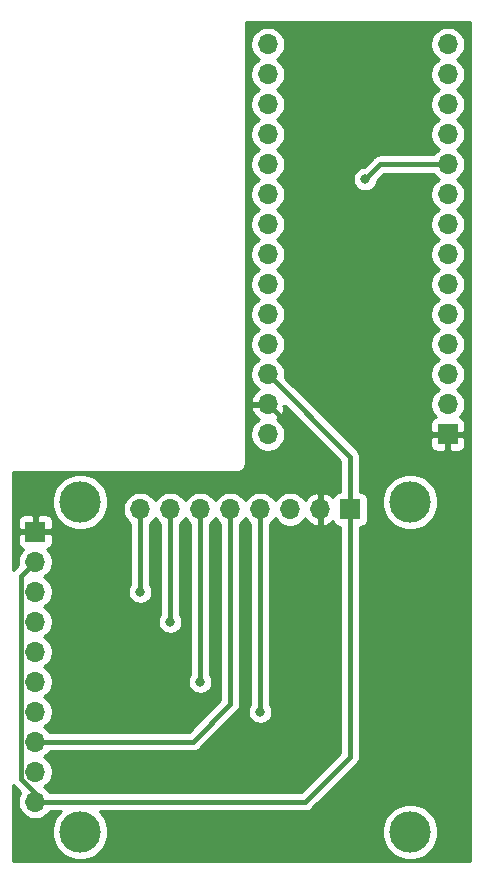
<source format=gbr>
G04 #@! TF.GenerationSoftware,KiCad,Pcbnew,(5.1.5-0-10_14)*
G04 #@! TF.CreationDate,2020-10-22T20:15:14+02:00*
G04 #@! TF.ProjectId,es_display,65735f64-6973-4706-9c61-792e6b696361,rev?*
G04 #@! TF.SameCoordinates,Original*
G04 #@! TF.FileFunction,Copper,L2,Bot*
G04 #@! TF.FilePolarity,Positive*
%FSLAX46Y46*%
G04 Gerber Fmt 4.6, Leading zero omitted, Abs format (unit mm)*
G04 Created by KiCad (PCBNEW (5.1.5-0-10_14)) date 2020-10-22 20:15:14*
%MOMM*%
%LPD*%
G04 APERTURE LIST*
%ADD10R,1.700000X1.700000*%
%ADD11O,1.700000X1.700000*%
%ADD12C,3.500000*%
%ADD13C,0.800000*%
%ADD14C,0.381000*%
%ADD15C,0.254000*%
G04 APERTURE END LIST*
D10*
X149860000Y-104140000D03*
D11*
X149860000Y-101600000D03*
X149860000Y-99060000D03*
X149860000Y-96520000D03*
X149860000Y-93980000D03*
X149860000Y-91440000D03*
X149860000Y-88900000D03*
X149860000Y-86360000D03*
X149860000Y-83820000D03*
X149860000Y-81280000D03*
X149860000Y-78740000D03*
X149860000Y-76200000D03*
X149860000Y-73660000D03*
X149860000Y-71120000D03*
X114935000Y-135255000D03*
X114935000Y-132715000D03*
X114935000Y-130175000D03*
X114935000Y-127635000D03*
X114935000Y-125095000D03*
X114935000Y-122555000D03*
X114935000Y-120015000D03*
X114935000Y-117475000D03*
X114935000Y-114935000D03*
D10*
X114935000Y-112395000D03*
D12*
X146685000Y-137795000D03*
X146685000Y-109855000D03*
X118745000Y-137795000D03*
X118745000Y-109855000D03*
D11*
X123825000Y-110490000D03*
X126365000Y-110490000D03*
X128905000Y-110490000D03*
X131445000Y-110490000D03*
X133985000Y-110490000D03*
X136525000Y-110490000D03*
X139065000Y-110490000D03*
D10*
X141605000Y-110490000D03*
D11*
X134620000Y-71120000D03*
X134620000Y-73660000D03*
X134620000Y-76200000D03*
X134620000Y-78740000D03*
X134620000Y-81280000D03*
X134620000Y-83820000D03*
X134620000Y-86360000D03*
X134620000Y-88900000D03*
X134620000Y-91440000D03*
X134620000Y-93980000D03*
X134620000Y-96520000D03*
X134620000Y-99060000D03*
X134620000Y-101600000D03*
X134620000Y-104140000D03*
D13*
X128905000Y-125095000D03*
X123825000Y-117475000D03*
X142875000Y-82550000D03*
X133985000Y-127635000D03*
X126365000Y-120015000D03*
D14*
X128905000Y-110490000D02*
X128905000Y-125095000D01*
X123825000Y-110490000D02*
X123825000Y-117475000D01*
X144145000Y-81280000D02*
X142875000Y-82550000D01*
X149860000Y-81280000D02*
X144145000Y-81280000D01*
X133985000Y-110490000D02*
X133985000Y-127635000D01*
X131445000Y-110490000D02*
X131445000Y-127000000D01*
X128270000Y-130175000D02*
X114935000Y-130175000D01*
X131445000Y-127000000D02*
X128270000Y-130175000D01*
X126365000Y-110490000D02*
X126365000Y-120015000D01*
X114085001Y-115784999D02*
X114935000Y-114935000D01*
X113694499Y-116175501D02*
X114085001Y-115784999D01*
X113694499Y-133310441D02*
X113694499Y-116175501D01*
X114935000Y-134550942D02*
X113694499Y-133310441D01*
X114935000Y-135255000D02*
X114935000Y-134550942D01*
X141605000Y-131445000D02*
X141605000Y-110490000D01*
X137795000Y-135255000D02*
X141605000Y-131445000D01*
X114935000Y-135255000D02*
X137795000Y-135255000D01*
X141605000Y-106045000D02*
X134620000Y-99060000D01*
X141605000Y-110490000D02*
X141605000Y-106045000D01*
X139065000Y-106045000D02*
X134620000Y-101600000D01*
X139065000Y-110490000D02*
X139065000Y-106045000D01*
D15*
G36*
X151740001Y-140310000D02*
G01*
X113055000Y-140310000D01*
X113055000Y-133832452D01*
X113107958Y-133896982D01*
X113139465Y-133922839D01*
X113678773Y-134462147D01*
X113619010Y-134551589D01*
X113507068Y-134821842D01*
X113450000Y-135108740D01*
X113450000Y-135401260D01*
X113507068Y-135688158D01*
X113619010Y-135958411D01*
X113781525Y-136201632D01*
X113988368Y-136408475D01*
X114231589Y-136570990D01*
X114501842Y-136682932D01*
X114788740Y-136740000D01*
X115081260Y-136740000D01*
X115368158Y-136682932D01*
X115638411Y-136570990D01*
X115881632Y-136408475D01*
X116088475Y-136201632D01*
X116169413Y-136080500D01*
X117086601Y-136080500D01*
X116892450Y-136274651D01*
X116631440Y-136665279D01*
X116451654Y-137099321D01*
X116360000Y-137560098D01*
X116360000Y-138029902D01*
X116451654Y-138490679D01*
X116631440Y-138924721D01*
X116892450Y-139315349D01*
X117224651Y-139647550D01*
X117615279Y-139908560D01*
X118049321Y-140088346D01*
X118510098Y-140180000D01*
X118979902Y-140180000D01*
X119440679Y-140088346D01*
X119874721Y-139908560D01*
X120265349Y-139647550D01*
X120597550Y-139315349D01*
X120858560Y-138924721D01*
X121038346Y-138490679D01*
X121130000Y-138029902D01*
X121130000Y-137560098D01*
X144300000Y-137560098D01*
X144300000Y-138029902D01*
X144391654Y-138490679D01*
X144571440Y-138924721D01*
X144832450Y-139315349D01*
X145164651Y-139647550D01*
X145555279Y-139908560D01*
X145989321Y-140088346D01*
X146450098Y-140180000D01*
X146919902Y-140180000D01*
X147380679Y-140088346D01*
X147814721Y-139908560D01*
X148205349Y-139647550D01*
X148537550Y-139315349D01*
X148798560Y-138924721D01*
X148978346Y-138490679D01*
X149070000Y-138029902D01*
X149070000Y-137560098D01*
X148978346Y-137099321D01*
X148798560Y-136665279D01*
X148537550Y-136274651D01*
X148205349Y-135942450D01*
X147814721Y-135681440D01*
X147380679Y-135501654D01*
X146919902Y-135410000D01*
X146450098Y-135410000D01*
X145989321Y-135501654D01*
X145555279Y-135681440D01*
X145164651Y-135942450D01*
X144832450Y-136274651D01*
X144571440Y-136665279D01*
X144391654Y-137099321D01*
X144300000Y-137560098D01*
X121130000Y-137560098D01*
X121038346Y-137099321D01*
X120858560Y-136665279D01*
X120597550Y-136274651D01*
X120403399Y-136080500D01*
X137754450Y-136080500D01*
X137795000Y-136084494D01*
X137835550Y-136080500D01*
X137835553Y-136080500D01*
X137956826Y-136068556D01*
X138112434Y-136021353D01*
X138255842Y-135944699D01*
X138381541Y-135841541D01*
X138407398Y-135810034D01*
X142160046Y-132057388D01*
X142191541Y-132031541D01*
X142217389Y-132000045D01*
X142217392Y-132000042D01*
X142294699Y-131905843D01*
X142371353Y-131762434D01*
X142371353Y-131762433D01*
X142418556Y-131606826D01*
X142430500Y-131485553D01*
X142430500Y-131485551D01*
X142434494Y-131445000D01*
X142430500Y-131404450D01*
X142430500Y-111978072D01*
X142455000Y-111978072D01*
X142579482Y-111965812D01*
X142699180Y-111929502D01*
X142809494Y-111870537D01*
X142906185Y-111791185D01*
X142985537Y-111694494D01*
X143044502Y-111584180D01*
X143080812Y-111464482D01*
X143093072Y-111340000D01*
X143093072Y-109640000D01*
X143091112Y-109620098D01*
X144300000Y-109620098D01*
X144300000Y-110089902D01*
X144391654Y-110550679D01*
X144571440Y-110984721D01*
X144832450Y-111375349D01*
X145164651Y-111707550D01*
X145555279Y-111968560D01*
X145989321Y-112148346D01*
X146450098Y-112240000D01*
X146919902Y-112240000D01*
X147380679Y-112148346D01*
X147814721Y-111968560D01*
X148205349Y-111707550D01*
X148537550Y-111375349D01*
X148798560Y-110984721D01*
X148978346Y-110550679D01*
X149070000Y-110089902D01*
X149070000Y-109620098D01*
X148978346Y-109159321D01*
X148798560Y-108725279D01*
X148537550Y-108334651D01*
X148205349Y-108002450D01*
X147814721Y-107741440D01*
X147380679Y-107561654D01*
X146919902Y-107470000D01*
X146450098Y-107470000D01*
X145989321Y-107561654D01*
X145555279Y-107741440D01*
X145164651Y-108002450D01*
X144832450Y-108334651D01*
X144571440Y-108725279D01*
X144391654Y-109159321D01*
X144300000Y-109620098D01*
X143091112Y-109620098D01*
X143080812Y-109515518D01*
X143044502Y-109395820D01*
X142985537Y-109285506D01*
X142906185Y-109188815D01*
X142809494Y-109109463D01*
X142699180Y-109050498D01*
X142579482Y-109014188D01*
X142455000Y-109001928D01*
X142430500Y-109001928D01*
X142430500Y-106085550D01*
X142434494Y-106045000D01*
X142430500Y-106004447D01*
X142418556Y-105883174D01*
X142371353Y-105727566D01*
X142311619Y-105615812D01*
X142294699Y-105584157D01*
X142217392Y-105489958D01*
X142217389Y-105489955D01*
X142191541Y-105458459D01*
X142160045Y-105432611D01*
X141717434Y-104990000D01*
X148371928Y-104990000D01*
X148384188Y-105114482D01*
X148420498Y-105234180D01*
X148479463Y-105344494D01*
X148558815Y-105441185D01*
X148655506Y-105520537D01*
X148765820Y-105579502D01*
X148885518Y-105615812D01*
X149010000Y-105628072D01*
X149574250Y-105625000D01*
X149733000Y-105466250D01*
X149733000Y-104267000D01*
X149987000Y-104267000D01*
X149987000Y-105466250D01*
X150145750Y-105625000D01*
X150710000Y-105628072D01*
X150834482Y-105615812D01*
X150954180Y-105579502D01*
X151064494Y-105520537D01*
X151161185Y-105441185D01*
X151240537Y-105344494D01*
X151299502Y-105234180D01*
X151335812Y-105114482D01*
X151348072Y-104990000D01*
X151345000Y-104425750D01*
X151186250Y-104267000D01*
X149987000Y-104267000D01*
X149733000Y-104267000D01*
X148533750Y-104267000D01*
X148375000Y-104425750D01*
X148371928Y-104990000D01*
X141717434Y-104990000D01*
X136076578Y-99349146D01*
X136105000Y-99206260D01*
X136105000Y-98913740D01*
X136047932Y-98626842D01*
X135935990Y-98356589D01*
X135773475Y-98113368D01*
X135566632Y-97906525D01*
X135392240Y-97790000D01*
X135566632Y-97673475D01*
X135773475Y-97466632D01*
X135935990Y-97223411D01*
X136047932Y-96953158D01*
X136105000Y-96666260D01*
X136105000Y-96373740D01*
X136047932Y-96086842D01*
X135935990Y-95816589D01*
X135773475Y-95573368D01*
X135566632Y-95366525D01*
X135392240Y-95250000D01*
X135566632Y-95133475D01*
X135773475Y-94926632D01*
X135935990Y-94683411D01*
X136047932Y-94413158D01*
X136105000Y-94126260D01*
X136105000Y-93833740D01*
X136047932Y-93546842D01*
X135935990Y-93276589D01*
X135773475Y-93033368D01*
X135566632Y-92826525D01*
X135392240Y-92710000D01*
X135566632Y-92593475D01*
X135773475Y-92386632D01*
X135935990Y-92143411D01*
X136047932Y-91873158D01*
X136105000Y-91586260D01*
X136105000Y-91293740D01*
X136047932Y-91006842D01*
X135935990Y-90736589D01*
X135773475Y-90493368D01*
X135566632Y-90286525D01*
X135392240Y-90170000D01*
X135566632Y-90053475D01*
X135773475Y-89846632D01*
X135935990Y-89603411D01*
X136047932Y-89333158D01*
X136105000Y-89046260D01*
X136105000Y-88753740D01*
X136047932Y-88466842D01*
X135935990Y-88196589D01*
X135773475Y-87953368D01*
X135566632Y-87746525D01*
X135392240Y-87630000D01*
X135566632Y-87513475D01*
X135773475Y-87306632D01*
X135935990Y-87063411D01*
X136047932Y-86793158D01*
X136105000Y-86506260D01*
X136105000Y-86213740D01*
X136047932Y-85926842D01*
X135935990Y-85656589D01*
X135773475Y-85413368D01*
X135566632Y-85206525D01*
X135392240Y-85090000D01*
X135566632Y-84973475D01*
X135773475Y-84766632D01*
X135935990Y-84523411D01*
X136047932Y-84253158D01*
X136105000Y-83966260D01*
X136105000Y-83673740D01*
X136047932Y-83386842D01*
X135935990Y-83116589D01*
X135773475Y-82873368D01*
X135566632Y-82666525D01*
X135392240Y-82550000D01*
X135544802Y-82448061D01*
X141840000Y-82448061D01*
X141840000Y-82651939D01*
X141879774Y-82851898D01*
X141957795Y-83040256D01*
X142071063Y-83209774D01*
X142215226Y-83353937D01*
X142384744Y-83467205D01*
X142573102Y-83545226D01*
X142773061Y-83585000D01*
X142976939Y-83585000D01*
X143176898Y-83545226D01*
X143365256Y-83467205D01*
X143534774Y-83353937D01*
X143678937Y-83209774D01*
X143792205Y-83040256D01*
X143870226Y-82851898D01*
X143902428Y-82690004D01*
X144486933Y-82105500D01*
X148625587Y-82105500D01*
X148706525Y-82226632D01*
X148913368Y-82433475D01*
X149087760Y-82550000D01*
X148913368Y-82666525D01*
X148706525Y-82873368D01*
X148544010Y-83116589D01*
X148432068Y-83386842D01*
X148375000Y-83673740D01*
X148375000Y-83966260D01*
X148432068Y-84253158D01*
X148544010Y-84523411D01*
X148706525Y-84766632D01*
X148913368Y-84973475D01*
X149087760Y-85090000D01*
X148913368Y-85206525D01*
X148706525Y-85413368D01*
X148544010Y-85656589D01*
X148432068Y-85926842D01*
X148375000Y-86213740D01*
X148375000Y-86506260D01*
X148432068Y-86793158D01*
X148544010Y-87063411D01*
X148706525Y-87306632D01*
X148913368Y-87513475D01*
X149087760Y-87630000D01*
X148913368Y-87746525D01*
X148706525Y-87953368D01*
X148544010Y-88196589D01*
X148432068Y-88466842D01*
X148375000Y-88753740D01*
X148375000Y-89046260D01*
X148432068Y-89333158D01*
X148544010Y-89603411D01*
X148706525Y-89846632D01*
X148913368Y-90053475D01*
X149087760Y-90170000D01*
X148913368Y-90286525D01*
X148706525Y-90493368D01*
X148544010Y-90736589D01*
X148432068Y-91006842D01*
X148375000Y-91293740D01*
X148375000Y-91586260D01*
X148432068Y-91873158D01*
X148544010Y-92143411D01*
X148706525Y-92386632D01*
X148913368Y-92593475D01*
X149087760Y-92710000D01*
X148913368Y-92826525D01*
X148706525Y-93033368D01*
X148544010Y-93276589D01*
X148432068Y-93546842D01*
X148375000Y-93833740D01*
X148375000Y-94126260D01*
X148432068Y-94413158D01*
X148544010Y-94683411D01*
X148706525Y-94926632D01*
X148913368Y-95133475D01*
X149087760Y-95250000D01*
X148913368Y-95366525D01*
X148706525Y-95573368D01*
X148544010Y-95816589D01*
X148432068Y-96086842D01*
X148375000Y-96373740D01*
X148375000Y-96666260D01*
X148432068Y-96953158D01*
X148544010Y-97223411D01*
X148706525Y-97466632D01*
X148913368Y-97673475D01*
X149087760Y-97790000D01*
X148913368Y-97906525D01*
X148706525Y-98113368D01*
X148544010Y-98356589D01*
X148432068Y-98626842D01*
X148375000Y-98913740D01*
X148375000Y-99206260D01*
X148432068Y-99493158D01*
X148544010Y-99763411D01*
X148706525Y-100006632D01*
X148913368Y-100213475D01*
X149087760Y-100330000D01*
X148913368Y-100446525D01*
X148706525Y-100653368D01*
X148544010Y-100896589D01*
X148432068Y-101166842D01*
X148375000Y-101453740D01*
X148375000Y-101746260D01*
X148432068Y-102033158D01*
X148544010Y-102303411D01*
X148706525Y-102546632D01*
X148838380Y-102678487D01*
X148765820Y-102700498D01*
X148655506Y-102759463D01*
X148558815Y-102838815D01*
X148479463Y-102935506D01*
X148420498Y-103045820D01*
X148384188Y-103165518D01*
X148371928Y-103290000D01*
X148375000Y-103854250D01*
X148533750Y-104013000D01*
X149733000Y-104013000D01*
X149733000Y-103993000D01*
X149987000Y-103993000D01*
X149987000Y-104013000D01*
X151186250Y-104013000D01*
X151345000Y-103854250D01*
X151348072Y-103290000D01*
X151335812Y-103165518D01*
X151299502Y-103045820D01*
X151240537Y-102935506D01*
X151161185Y-102838815D01*
X151064494Y-102759463D01*
X150954180Y-102700498D01*
X150881620Y-102678487D01*
X151013475Y-102546632D01*
X151175990Y-102303411D01*
X151287932Y-102033158D01*
X151345000Y-101746260D01*
X151345000Y-101453740D01*
X151287932Y-101166842D01*
X151175990Y-100896589D01*
X151013475Y-100653368D01*
X150806632Y-100446525D01*
X150632240Y-100330000D01*
X150806632Y-100213475D01*
X151013475Y-100006632D01*
X151175990Y-99763411D01*
X151287932Y-99493158D01*
X151345000Y-99206260D01*
X151345000Y-98913740D01*
X151287932Y-98626842D01*
X151175990Y-98356589D01*
X151013475Y-98113368D01*
X150806632Y-97906525D01*
X150632240Y-97790000D01*
X150806632Y-97673475D01*
X151013475Y-97466632D01*
X151175990Y-97223411D01*
X151287932Y-96953158D01*
X151345000Y-96666260D01*
X151345000Y-96373740D01*
X151287932Y-96086842D01*
X151175990Y-95816589D01*
X151013475Y-95573368D01*
X150806632Y-95366525D01*
X150632240Y-95250000D01*
X150806632Y-95133475D01*
X151013475Y-94926632D01*
X151175990Y-94683411D01*
X151287932Y-94413158D01*
X151345000Y-94126260D01*
X151345000Y-93833740D01*
X151287932Y-93546842D01*
X151175990Y-93276589D01*
X151013475Y-93033368D01*
X150806632Y-92826525D01*
X150632240Y-92710000D01*
X150806632Y-92593475D01*
X151013475Y-92386632D01*
X151175990Y-92143411D01*
X151287932Y-91873158D01*
X151345000Y-91586260D01*
X151345000Y-91293740D01*
X151287932Y-91006842D01*
X151175990Y-90736589D01*
X151013475Y-90493368D01*
X150806632Y-90286525D01*
X150632240Y-90170000D01*
X150806632Y-90053475D01*
X151013475Y-89846632D01*
X151175990Y-89603411D01*
X151287932Y-89333158D01*
X151345000Y-89046260D01*
X151345000Y-88753740D01*
X151287932Y-88466842D01*
X151175990Y-88196589D01*
X151013475Y-87953368D01*
X150806632Y-87746525D01*
X150632240Y-87630000D01*
X150806632Y-87513475D01*
X151013475Y-87306632D01*
X151175990Y-87063411D01*
X151287932Y-86793158D01*
X151345000Y-86506260D01*
X151345000Y-86213740D01*
X151287932Y-85926842D01*
X151175990Y-85656589D01*
X151013475Y-85413368D01*
X150806632Y-85206525D01*
X150632240Y-85090000D01*
X150806632Y-84973475D01*
X151013475Y-84766632D01*
X151175990Y-84523411D01*
X151287932Y-84253158D01*
X151345000Y-83966260D01*
X151345000Y-83673740D01*
X151287932Y-83386842D01*
X151175990Y-83116589D01*
X151013475Y-82873368D01*
X150806632Y-82666525D01*
X150632240Y-82550000D01*
X150806632Y-82433475D01*
X151013475Y-82226632D01*
X151175990Y-81983411D01*
X151287932Y-81713158D01*
X151345000Y-81426260D01*
X151345000Y-81133740D01*
X151287932Y-80846842D01*
X151175990Y-80576589D01*
X151013475Y-80333368D01*
X150806632Y-80126525D01*
X150632240Y-80010000D01*
X150806632Y-79893475D01*
X151013475Y-79686632D01*
X151175990Y-79443411D01*
X151287932Y-79173158D01*
X151345000Y-78886260D01*
X151345000Y-78593740D01*
X151287932Y-78306842D01*
X151175990Y-78036589D01*
X151013475Y-77793368D01*
X150806632Y-77586525D01*
X150632240Y-77470000D01*
X150806632Y-77353475D01*
X151013475Y-77146632D01*
X151175990Y-76903411D01*
X151287932Y-76633158D01*
X151345000Y-76346260D01*
X151345000Y-76053740D01*
X151287932Y-75766842D01*
X151175990Y-75496589D01*
X151013475Y-75253368D01*
X150806632Y-75046525D01*
X150632240Y-74930000D01*
X150806632Y-74813475D01*
X151013475Y-74606632D01*
X151175990Y-74363411D01*
X151287932Y-74093158D01*
X151345000Y-73806260D01*
X151345000Y-73513740D01*
X151287932Y-73226842D01*
X151175990Y-72956589D01*
X151013475Y-72713368D01*
X150806632Y-72506525D01*
X150632240Y-72390000D01*
X150806632Y-72273475D01*
X151013475Y-72066632D01*
X151175990Y-71823411D01*
X151287932Y-71553158D01*
X151345000Y-71266260D01*
X151345000Y-70973740D01*
X151287932Y-70686842D01*
X151175990Y-70416589D01*
X151013475Y-70173368D01*
X150806632Y-69966525D01*
X150563411Y-69804010D01*
X150293158Y-69692068D01*
X150006260Y-69635000D01*
X149713740Y-69635000D01*
X149426842Y-69692068D01*
X149156589Y-69804010D01*
X148913368Y-69966525D01*
X148706525Y-70173368D01*
X148544010Y-70416589D01*
X148432068Y-70686842D01*
X148375000Y-70973740D01*
X148375000Y-71266260D01*
X148432068Y-71553158D01*
X148544010Y-71823411D01*
X148706525Y-72066632D01*
X148913368Y-72273475D01*
X149087760Y-72390000D01*
X148913368Y-72506525D01*
X148706525Y-72713368D01*
X148544010Y-72956589D01*
X148432068Y-73226842D01*
X148375000Y-73513740D01*
X148375000Y-73806260D01*
X148432068Y-74093158D01*
X148544010Y-74363411D01*
X148706525Y-74606632D01*
X148913368Y-74813475D01*
X149087760Y-74930000D01*
X148913368Y-75046525D01*
X148706525Y-75253368D01*
X148544010Y-75496589D01*
X148432068Y-75766842D01*
X148375000Y-76053740D01*
X148375000Y-76346260D01*
X148432068Y-76633158D01*
X148544010Y-76903411D01*
X148706525Y-77146632D01*
X148913368Y-77353475D01*
X149087760Y-77470000D01*
X148913368Y-77586525D01*
X148706525Y-77793368D01*
X148544010Y-78036589D01*
X148432068Y-78306842D01*
X148375000Y-78593740D01*
X148375000Y-78886260D01*
X148432068Y-79173158D01*
X148544010Y-79443411D01*
X148706525Y-79686632D01*
X148913368Y-79893475D01*
X149087760Y-80010000D01*
X148913368Y-80126525D01*
X148706525Y-80333368D01*
X148625587Y-80454500D01*
X144185550Y-80454500D01*
X144144999Y-80450506D01*
X144104449Y-80454500D01*
X144104447Y-80454500D01*
X143983174Y-80466444D01*
X143827566Y-80513647D01*
X143734111Y-80563601D01*
X143684157Y-80590301D01*
X143622596Y-80640823D01*
X143558459Y-80693459D01*
X143532606Y-80724961D01*
X142734996Y-81522572D01*
X142573102Y-81554774D01*
X142384744Y-81632795D01*
X142215226Y-81746063D01*
X142071063Y-81890226D01*
X141957795Y-82059744D01*
X141879774Y-82248102D01*
X141840000Y-82448061D01*
X135544802Y-82448061D01*
X135566632Y-82433475D01*
X135773475Y-82226632D01*
X135935990Y-81983411D01*
X136047932Y-81713158D01*
X136105000Y-81426260D01*
X136105000Y-81133740D01*
X136047932Y-80846842D01*
X135935990Y-80576589D01*
X135773475Y-80333368D01*
X135566632Y-80126525D01*
X135392240Y-80010000D01*
X135566632Y-79893475D01*
X135773475Y-79686632D01*
X135935990Y-79443411D01*
X136047932Y-79173158D01*
X136105000Y-78886260D01*
X136105000Y-78593740D01*
X136047932Y-78306842D01*
X135935990Y-78036589D01*
X135773475Y-77793368D01*
X135566632Y-77586525D01*
X135392240Y-77470000D01*
X135566632Y-77353475D01*
X135773475Y-77146632D01*
X135935990Y-76903411D01*
X136047932Y-76633158D01*
X136105000Y-76346260D01*
X136105000Y-76053740D01*
X136047932Y-75766842D01*
X135935990Y-75496589D01*
X135773475Y-75253368D01*
X135566632Y-75046525D01*
X135392240Y-74930000D01*
X135566632Y-74813475D01*
X135773475Y-74606632D01*
X135935990Y-74363411D01*
X136047932Y-74093158D01*
X136105000Y-73806260D01*
X136105000Y-73513740D01*
X136047932Y-73226842D01*
X135935990Y-72956589D01*
X135773475Y-72713368D01*
X135566632Y-72506525D01*
X135392240Y-72390000D01*
X135566632Y-72273475D01*
X135773475Y-72066632D01*
X135935990Y-71823411D01*
X136047932Y-71553158D01*
X136105000Y-71266260D01*
X136105000Y-70973740D01*
X136047932Y-70686842D01*
X135935990Y-70416589D01*
X135773475Y-70173368D01*
X135566632Y-69966525D01*
X135323411Y-69804010D01*
X135053158Y-69692068D01*
X134766260Y-69635000D01*
X134473740Y-69635000D01*
X134186842Y-69692068D01*
X133916589Y-69804010D01*
X133673368Y-69966525D01*
X133466525Y-70173368D01*
X133304010Y-70416589D01*
X133192068Y-70686842D01*
X133135000Y-70973740D01*
X133135000Y-71266260D01*
X133192068Y-71553158D01*
X133304010Y-71823411D01*
X133466525Y-72066632D01*
X133673368Y-72273475D01*
X133847760Y-72390000D01*
X133673368Y-72506525D01*
X133466525Y-72713368D01*
X133304010Y-72956589D01*
X133192068Y-73226842D01*
X133135000Y-73513740D01*
X133135000Y-73806260D01*
X133192068Y-74093158D01*
X133304010Y-74363411D01*
X133466525Y-74606632D01*
X133673368Y-74813475D01*
X133847760Y-74930000D01*
X133673368Y-75046525D01*
X133466525Y-75253368D01*
X133304010Y-75496589D01*
X133192068Y-75766842D01*
X133135000Y-76053740D01*
X133135000Y-76346260D01*
X133192068Y-76633158D01*
X133304010Y-76903411D01*
X133466525Y-77146632D01*
X133673368Y-77353475D01*
X133847760Y-77470000D01*
X133673368Y-77586525D01*
X133466525Y-77793368D01*
X133304010Y-78036589D01*
X133192068Y-78306842D01*
X133135000Y-78593740D01*
X133135000Y-78886260D01*
X133192068Y-79173158D01*
X133304010Y-79443411D01*
X133466525Y-79686632D01*
X133673368Y-79893475D01*
X133847760Y-80010000D01*
X133673368Y-80126525D01*
X133466525Y-80333368D01*
X133304010Y-80576589D01*
X133192068Y-80846842D01*
X133135000Y-81133740D01*
X133135000Y-81426260D01*
X133192068Y-81713158D01*
X133304010Y-81983411D01*
X133466525Y-82226632D01*
X133673368Y-82433475D01*
X133847760Y-82550000D01*
X133673368Y-82666525D01*
X133466525Y-82873368D01*
X133304010Y-83116589D01*
X133192068Y-83386842D01*
X133135000Y-83673740D01*
X133135000Y-83966260D01*
X133192068Y-84253158D01*
X133304010Y-84523411D01*
X133466525Y-84766632D01*
X133673368Y-84973475D01*
X133847760Y-85090000D01*
X133673368Y-85206525D01*
X133466525Y-85413368D01*
X133304010Y-85656589D01*
X133192068Y-85926842D01*
X133135000Y-86213740D01*
X133135000Y-86506260D01*
X133192068Y-86793158D01*
X133304010Y-87063411D01*
X133466525Y-87306632D01*
X133673368Y-87513475D01*
X133847760Y-87630000D01*
X133673368Y-87746525D01*
X133466525Y-87953368D01*
X133304010Y-88196589D01*
X133192068Y-88466842D01*
X133135000Y-88753740D01*
X133135000Y-89046260D01*
X133192068Y-89333158D01*
X133304010Y-89603411D01*
X133466525Y-89846632D01*
X133673368Y-90053475D01*
X133847760Y-90170000D01*
X133673368Y-90286525D01*
X133466525Y-90493368D01*
X133304010Y-90736589D01*
X133192068Y-91006842D01*
X133135000Y-91293740D01*
X133135000Y-91586260D01*
X133192068Y-91873158D01*
X133304010Y-92143411D01*
X133466525Y-92386632D01*
X133673368Y-92593475D01*
X133847760Y-92710000D01*
X133673368Y-92826525D01*
X133466525Y-93033368D01*
X133304010Y-93276589D01*
X133192068Y-93546842D01*
X133135000Y-93833740D01*
X133135000Y-94126260D01*
X133192068Y-94413158D01*
X133304010Y-94683411D01*
X133466525Y-94926632D01*
X133673368Y-95133475D01*
X133847760Y-95250000D01*
X133673368Y-95366525D01*
X133466525Y-95573368D01*
X133304010Y-95816589D01*
X133192068Y-96086842D01*
X133135000Y-96373740D01*
X133135000Y-96666260D01*
X133192068Y-96953158D01*
X133304010Y-97223411D01*
X133466525Y-97466632D01*
X133673368Y-97673475D01*
X133847760Y-97790000D01*
X133673368Y-97906525D01*
X133466525Y-98113368D01*
X133304010Y-98356589D01*
X133192068Y-98626842D01*
X133135000Y-98913740D01*
X133135000Y-99206260D01*
X133192068Y-99493158D01*
X133304010Y-99763411D01*
X133466525Y-100006632D01*
X133673368Y-100213475D01*
X133855534Y-100335195D01*
X133738645Y-100404822D01*
X133522412Y-100599731D01*
X133348359Y-100833080D01*
X133223175Y-101095901D01*
X133178524Y-101243110D01*
X133299845Y-101473000D01*
X134493000Y-101473000D01*
X134493000Y-101453000D01*
X134747000Y-101453000D01*
X134747000Y-101473000D01*
X134767000Y-101473000D01*
X134767000Y-101727000D01*
X134747000Y-101727000D01*
X134747000Y-101747000D01*
X134493000Y-101747000D01*
X134493000Y-101727000D01*
X133299845Y-101727000D01*
X133178524Y-101956890D01*
X133223175Y-102104099D01*
X133348359Y-102366920D01*
X133522412Y-102600269D01*
X133738645Y-102795178D01*
X133855534Y-102864805D01*
X133673368Y-102986525D01*
X133466525Y-103193368D01*
X133304010Y-103436589D01*
X133192068Y-103706842D01*
X133135000Y-103993740D01*
X133135000Y-104286260D01*
X133192068Y-104573158D01*
X133304010Y-104843411D01*
X133466525Y-105086632D01*
X133673368Y-105293475D01*
X133916589Y-105455990D01*
X134186842Y-105567932D01*
X134473740Y-105625000D01*
X134766260Y-105625000D01*
X135053158Y-105567932D01*
X135323411Y-105455990D01*
X135566632Y-105293475D01*
X135773475Y-105086632D01*
X135935990Y-104843411D01*
X136047932Y-104573158D01*
X136105000Y-104286260D01*
X136105000Y-103993740D01*
X136047932Y-103706842D01*
X135935990Y-103436589D01*
X135773475Y-103193368D01*
X135566632Y-102986525D01*
X135384466Y-102864805D01*
X135501355Y-102795178D01*
X135717588Y-102600269D01*
X135891641Y-102366920D01*
X136016825Y-102104099D01*
X136061476Y-101956890D01*
X135940156Y-101727002D01*
X136105000Y-101727002D01*
X136105000Y-101712433D01*
X140779501Y-106386935D01*
X140779500Y-109001928D01*
X140755000Y-109001928D01*
X140630518Y-109014188D01*
X140510820Y-109050498D01*
X140400506Y-109109463D01*
X140303815Y-109188815D01*
X140224463Y-109285506D01*
X140165498Y-109395820D01*
X140141034Y-109476466D01*
X140065269Y-109392412D01*
X139831920Y-109218359D01*
X139569099Y-109093175D01*
X139421890Y-109048524D01*
X139192000Y-109169845D01*
X139192000Y-110363000D01*
X139212000Y-110363000D01*
X139212000Y-110617000D01*
X139192000Y-110617000D01*
X139192000Y-111810155D01*
X139421890Y-111931476D01*
X139569099Y-111886825D01*
X139831920Y-111761641D01*
X140065269Y-111587588D01*
X140141034Y-111503534D01*
X140165498Y-111584180D01*
X140224463Y-111694494D01*
X140303815Y-111791185D01*
X140400506Y-111870537D01*
X140510820Y-111929502D01*
X140630518Y-111965812D01*
X140755000Y-111978072D01*
X140779501Y-111978072D01*
X140779500Y-131103066D01*
X137453068Y-134429500D01*
X116169413Y-134429500D01*
X116088475Y-134308368D01*
X115881632Y-134101525D01*
X115707240Y-133985000D01*
X115881632Y-133868475D01*
X116088475Y-133661632D01*
X116250990Y-133418411D01*
X116362932Y-133148158D01*
X116420000Y-132861260D01*
X116420000Y-132568740D01*
X116362932Y-132281842D01*
X116250990Y-132011589D01*
X116088475Y-131768368D01*
X115881632Y-131561525D01*
X115707240Y-131445000D01*
X115881632Y-131328475D01*
X116088475Y-131121632D01*
X116169413Y-131000500D01*
X128229450Y-131000500D01*
X128270000Y-131004494D01*
X128310550Y-131000500D01*
X128310553Y-131000500D01*
X128431826Y-130988556D01*
X128587434Y-130941353D01*
X128730842Y-130864699D01*
X128856541Y-130761541D01*
X128882398Y-130730034D01*
X132000039Y-127612394D01*
X132031541Y-127586541D01*
X132111804Y-127488740D01*
X132134699Y-127460843D01*
X132211353Y-127317434D01*
X132246417Y-127201842D01*
X132258556Y-127161826D01*
X132270500Y-127040553D01*
X132270500Y-127040551D01*
X132274494Y-127000001D01*
X132270500Y-126959450D01*
X132270500Y-111724413D01*
X132391632Y-111643475D01*
X132598475Y-111436632D01*
X132715000Y-111262240D01*
X132831525Y-111436632D01*
X133038368Y-111643475D01*
X133159500Y-111724413D01*
X133159501Y-127007496D01*
X133067795Y-127144744D01*
X132989774Y-127333102D01*
X132950000Y-127533061D01*
X132950000Y-127736939D01*
X132989774Y-127936898D01*
X133067795Y-128125256D01*
X133181063Y-128294774D01*
X133325226Y-128438937D01*
X133494744Y-128552205D01*
X133683102Y-128630226D01*
X133883061Y-128670000D01*
X134086939Y-128670000D01*
X134286898Y-128630226D01*
X134475256Y-128552205D01*
X134644774Y-128438937D01*
X134788937Y-128294774D01*
X134902205Y-128125256D01*
X134980226Y-127936898D01*
X135020000Y-127736939D01*
X135020000Y-127533061D01*
X134980226Y-127333102D01*
X134902205Y-127144744D01*
X134810500Y-127007497D01*
X134810500Y-111724413D01*
X134931632Y-111643475D01*
X135138475Y-111436632D01*
X135255000Y-111262240D01*
X135371525Y-111436632D01*
X135578368Y-111643475D01*
X135821589Y-111805990D01*
X136091842Y-111917932D01*
X136378740Y-111975000D01*
X136671260Y-111975000D01*
X136958158Y-111917932D01*
X137228411Y-111805990D01*
X137471632Y-111643475D01*
X137678475Y-111436632D01*
X137800195Y-111254466D01*
X137869822Y-111371355D01*
X138064731Y-111587588D01*
X138298080Y-111761641D01*
X138560901Y-111886825D01*
X138708110Y-111931476D01*
X138938000Y-111810155D01*
X138938000Y-110617000D01*
X138918000Y-110617000D01*
X138918000Y-110363000D01*
X138938000Y-110363000D01*
X138938000Y-109169845D01*
X138708110Y-109048524D01*
X138560901Y-109093175D01*
X138298080Y-109218359D01*
X138064731Y-109392412D01*
X137869822Y-109608645D01*
X137800195Y-109725534D01*
X137678475Y-109543368D01*
X137471632Y-109336525D01*
X137228411Y-109174010D01*
X136958158Y-109062068D01*
X136671260Y-109005000D01*
X136378740Y-109005000D01*
X136091842Y-109062068D01*
X135821589Y-109174010D01*
X135578368Y-109336525D01*
X135371525Y-109543368D01*
X135255000Y-109717760D01*
X135138475Y-109543368D01*
X134931632Y-109336525D01*
X134688411Y-109174010D01*
X134418158Y-109062068D01*
X134131260Y-109005000D01*
X133838740Y-109005000D01*
X133551842Y-109062068D01*
X133281589Y-109174010D01*
X133038368Y-109336525D01*
X132831525Y-109543368D01*
X132715000Y-109717760D01*
X132598475Y-109543368D01*
X132391632Y-109336525D01*
X132148411Y-109174010D01*
X131878158Y-109062068D01*
X131591260Y-109005000D01*
X131298740Y-109005000D01*
X131011842Y-109062068D01*
X130741589Y-109174010D01*
X130498368Y-109336525D01*
X130291525Y-109543368D01*
X130175000Y-109717760D01*
X130058475Y-109543368D01*
X129851632Y-109336525D01*
X129608411Y-109174010D01*
X129338158Y-109062068D01*
X129051260Y-109005000D01*
X128758740Y-109005000D01*
X128471842Y-109062068D01*
X128201589Y-109174010D01*
X127958368Y-109336525D01*
X127751525Y-109543368D01*
X127635000Y-109717760D01*
X127518475Y-109543368D01*
X127311632Y-109336525D01*
X127068411Y-109174010D01*
X126798158Y-109062068D01*
X126511260Y-109005000D01*
X126218740Y-109005000D01*
X125931842Y-109062068D01*
X125661589Y-109174010D01*
X125418368Y-109336525D01*
X125211525Y-109543368D01*
X125095000Y-109717760D01*
X124978475Y-109543368D01*
X124771632Y-109336525D01*
X124528411Y-109174010D01*
X124258158Y-109062068D01*
X123971260Y-109005000D01*
X123678740Y-109005000D01*
X123391842Y-109062068D01*
X123121589Y-109174010D01*
X122878368Y-109336525D01*
X122671525Y-109543368D01*
X122509010Y-109786589D01*
X122397068Y-110056842D01*
X122340000Y-110343740D01*
X122340000Y-110636260D01*
X122397068Y-110923158D01*
X122509010Y-111193411D01*
X122671525Y-111436632D01*
X122878368Y-111643475D01*
X122999500Y-111724413D01*
X122999501Y-116847496D01*
X122907795Y-116984744D01*
X122829774Y-117173102D01*
X122790000Y-117373061D01*
X122790000Y-117576939D01*
X122829774Y-117776898D01*
X122907795Y-117965256D01*
X123021063Y-118134774D01*
X123165226Y-118278937D01*
X123334744Y-118392205D01*
X123523102Y-118470226D01*
X123723061Y-118510000D01*
X123926939Y-118510000D01*
X124126898Y-118470226D01*
X124315256Y-118392205D01*
X124484774Y-118278937D01*
X124628937Y-118134774D01*
X124742205Y-117965256D01*
X124820226Y-117776898D01*
X124860000Y-117576939D01*
X124860000Y-117373061D01*
X124820226Y-117173102D01*
X124742205Y-116984744D01*
X124650500Y-116847497D01*
X124650500Y-111724413D01*
X124771632Y-111643475D01*
X124978475Y-111436632D01*
X125095000Y-111262240D01*
X125211525Y-111436632D01*
X125418368Y-111643475D01*
X125539500Y-111724413D01*
X125539501Y-119387496D01*
X125447795Y-119524744D01*
X125369774Y-119713102D01*
X125330000Y-119913061D01*
X125330000Y-120116939D01*
X125369774Y-120316898D01*
X125447795Y-120505256D01*
X125561063Y-120674774D01*
X125705226Y-120818937D01*
X125874744Y-120932205D01*
X126063102Y-121010226D01*
X126263061Y-121050000D01*
X126466939Y-121050000D01*
X126666898Y-121010226D01*
X126855256Y-120932205D01*
X127024774Y-120818937D01*
X127168937Y-120674774D01*
X127282205Y-120505256D01*
X127360226Y-120316898D01*
X127400000Y-120116939D01*
X127400000Y-119913061D01*
X127360226Y-119713102D01*
X127282205Y-119524744D01*
X127190500Y-119387497D01*
X127190500Y-111724413D01*
X127311632Y-111643475D01*
X127518475Y-111436632D01*
X127635000Y-111262240D01*
X127751525Y-111436632D01*
X127958368Y-111643475D01*
X128079500Y-111724413D01*
X128079501Y-124467496D01*
X127987795Y-124604744D01*
X127909774Y-124793102D01*
X127870000Y-124993061D01*
X127870000Y-125196939D01*
X127909774Y-125396898D01*
X127987795Y-125585256D01*
X128101063Y-125754774D01*
X128245226Y-125898937D01*
X128414744Y-126012205D01*
X128603102Y-126090226D01*
X128803061Y-126130000D01*
X129006939Y-126130000D01*
X129206898Y-126090226D01*
X129395256Y-126012205D01*
X129564774Y-125898937D01*
X129708937Y-125754774D01*
X129822205Y-125585256D01*
X129900226Y-125396898D01*
X129940000Y-125196939D01*
X129940000Y-124993061D01*
X129900226Y-124793102D01*
X129822205Y-124604744D01*
X129730500Y-124467497D01*
X129730500Y-111724413D01*
X129851632Y-111643475D01*
X130058475Y-111436632D01*
X130175000Y-111262240D01*
X130291525Y-111436632D01*
X130498368Y-111643475D01*
X130619500Y-111724413D01*
X130619501Y-126658066D01*
X127928068Y-129349500D01*
X116169413Y-129349500D01*
X116088475Y-129228368D01*
X115881632Y-129021525D01*
X115707240Y-128905000D01*
X115881632Y-128788475D01*
X116088475Y-128581632D01*
X116250990Y-128338411D01*
X116362932Y-128068158D01*
X116420000Y-127781260D01*
X116420000Y-127488740D01*
X116362932Y-127201842D01*
X116250990Y-126931589D01*
X116088475Y-126688368D01*
X115881632Y-126481525D01*
X115707240Y-126365000D01*
X115881632Y-126248475D01*
X116088475Y-126041632D01*
X116250990Y-125798411D01*
X116362932Y-125528158D01*
X116420000Y-125241260D01*
X116420000Y-124948740D01*
X116362932Y-124661842D01*
X116250990Y-124391589D01*
X116088475Y-124148368D01*
X115881632Y-123941525D01*
X115707240Y-123825000D01*
X115881632Y-123708475D01*
X116088475Y-123501632D01*
X116250990Y-123258411D01*
X116362932Y-122988158D01*
X116420000Y-122701260D01*
X116420000Y-122408740D01*
X116362932Y-122121842D01*
X116250990Y-121851589D01*
X116088475Y-121608368D01*
X115881632Y-121401525D01*
X115707240Y-121285000D01*
X115881632Y-121168475D01*
X116088475Y-120961632D01*
X116250990Y-120718411D01*
X116362932Y-120448158D01*
X116420000Y-120161260D01*
X116420000Y-119868740D01*
X116362932Y-119581842D01*
X116250990Y-119311589D01*
X116088475Y-119068368D01*
X115881632Y-118861525D01*
X115707240Y-118745000D01*
X115881632Y-118628475D01*
X116088475Y-118421632D01*
X116250990Y-118178411D01*
X116362932Y-117908158D01*
X116420000Y-117621260D01*
X116420000Y-117328740D01*
X116362932Y-117041842D01*
X116250990Y-116771589D01*
X116088475Y-116528368D01*
X115881632Y-116321525D01*
X115707240Y-116205000D01*
X115881632Y-116088475D01*
X116088475Y-115881632D01*
X116250990Y-115638411D01*
X116362932Y-115368158D01*
X116420000Y-115081260D01*
X116420000Y-114788740D01*
X116362932Y-114501842D01*
X116250990Y-114231589D01*
X116088475Y-113988368D01*
X115956620Y-113856513D01*
X116029180Y-113834502D01*
X116139494Y-113775537D01*
X116236185Y-113696185D01*
X116315537Y-113599494D01*
X116374502Y-113489180D01*
X116410812Y-113369482D01*
X116423072Y-113245000D01*
X116420000Y-112680750D01*
X116261250Y-112522000D01*
X115062000Y-112522000D01*
X115062000Y-112542000D01*
X114808000Y-112542000D01*
X114808000Y-112522000D01*
X113608750Y-112522000D01*
X113450000Y-112680750D01*
X113446928Y-113245000D01*
X113459188Y-113369482D01*
X113495498Y-113489180D01*
X113554463Y-113599494D01*
X113633815Y-113696185D01*
X113730506Y-113775537D01*
X113840820Y-113834502D01*
X113913380Y-113856513D01*
X113781525Y-113988368D01*
X113619010Y-114231589D01*
X113507068Y-114501842D01*
X113450000Y-114788740D01*
X113450000Y-115081260D01*
X113478422Y-115224146D01*
X113139460Y-115563108D01*
X113107959Y-115588960D01*
X113082108Y-115620460D01*
X113055000Y-115653491D01*
X113055000Y-111545000D01*
X113446928Y-111545000D01*
X113450000Y-112109250D01*
X113608750Y-112268000D01*
X114808000Y-112268000D01*
X114808000Y-111068750D01*
X115062000Y-111068750D01*
X115062000Y-112268000D01*
X116261250Y-112268000D01*
X116420000Y-112109250D01*
X116423072Y-111545000D01*
X116410812Y-111420518D01*
X116374502Y-111300820D01*
X116315537Y-111190506D01*
X116236185Y-111093815D01*
X116139494Y-111014463D01*
X116029180Y-110955498D01*
X115909482Y-110919188D01*
X115785000Y-110906928D01*
X115220750Y-110910000D01*
X115062000Y-111068750D01*
X114808000Y-111068750D01*
X114649250Y-110910000D01*
X114085000Y-110906928D01*
X113960518Y-110919188D01*
X113840820Y-110955498D01*
X113730506Y-111014463D01*
X113633815Y-111093815D01*
X113554463Y-111190506D01*
X113495498Y-111300820D01*
X113459188Y-111420518D01*
X113446928Y-111545000D01*
X113055000Y-111545000D01*
X113055000Y-109620098D01*
X116360000Y-109620098D01*
X116360000Y-110089902D01*
X116451654Y-110550679D01*
X116631440Y-110984721D01*
X116892450Y-111375349D01*
X117224651Y-111707550D01*
X117615279Y-111968560D01*
X118049321Y-112148346D01*
X118510098Y-112240000D01*
X118979902Y-112240000D01*
X119440679Y-112148346D01*
X119874721Y-111968560D01*
X120265349Y-111707550D01*
X120597550Y-111375349D01*
X120858560Y-110984721D01*
X121038346Y-110550679D01*
X121130000Y-110089902D01*
X121130000Y-109620098D01*
X121038346Y-109159321D01*
X120858560Y-108725279D01*
X120597550Y-108334651D01*
X120265349Y-108002450D01*
X119874721Y-107741440D01*
X119440679Y-107561654D01*
X118979902Y-107470000D01*
X118510098Y-107470000D01*
X118049321Y-107561654D01*
X117615279Y-107741440D01*
X117224651Y-108002450D01*
X116892450Y-108334651D01*
X116631440Y-108725279D01*
X116451654Y-109159321D01*
X116360000Y-109620098D01*
X113055000Y-109620098D01*
X113055000Y-107340000D01*
X132047581Y-107340000D01*
X132080000Y-107343193D01*
X132112419Y-107340000D01*
X132209383Y-107330450D01*
X132333793Y-107292710D01*
X132448450Y-107231425D01*
X132548948Y-107148948D01*
X132631425Y-107048450D01*
X132692710Y-106933793D01*
X132730450Y-106809383D01*
X132743193Y-106680000D01*
X132740000Y-106647581D01*
X132740000Y-69240000D01*
X151740000Y-69240000D01*
X151740001Y-140310000D01*
G37*
X151740001Y-140310000D02*
X113055000Y-140310000D01*
X113055000Y-133832452D01*
X113107958Y-133896982D01*
X113139465Y-133922839D01*
X113678773Y-134462147D01*
X113619010Y-134551589D01*
X113507068Y-134821842D01*
X113450000Y-135108740D01*
X113450000Y-135401260D01*
X113507068Y-135688158D01*
X113619010Y-135958411D01*
X113781525Y-136201632D01*
X113988368Y-136408475D01*
X114231589Y-136570990D01*
X114501842Y-136682932D01*
X114788740Y-136740000D01*
X115081260Y-136740000D01*
X115368158Y-136682932D01*
X115638411Y-136570990D01*
X115881632Y-136408475D01*
X116088475Y-136201632D01*
X116169413Y-136080500D01*
X117086601Y-136080500D01*
X116892450Y-136274651D01*
X116631440Y-136665279D01*
X116451654Y-137099321D01*
X116360000Y-137560098D01*
X116360000Y-138029902D01*
X116451654Y-138490679D01*
X116631440Y-138924721D01*
X116892450Y-139315349D01*
X117224651Y-139647550D01*
X117615279Y-139908560D01*
X118049321Y-140088346D01*
X118510098Y-140180000D01*
X118979902Y-140180000D01*
X119440679Y-140088346D01*
X119874721Y-139908560D01*
X120265349Y-139647550D01*
X120597550Y-139315349D01*
X120858560Y-138924721D01*
X121038346Y-138490679D01*
X121130000Y-138029902D01*
X121130000Y-137560098D01*
X144300000Y-137560098D01*
X144300000Y-138029902D01*
X144391654Y-138490679D01*
X144571440Y-138924721D01*
X144832450Y-139315349D01*
X145164651Y-139647550D01*
X145555279Y-139908560D01*
X145989321Y-140088346D01*
X146450098Y-140180000D01*
X146919902Y-140180000D01*
X147380679Y-140088346D01*
X147814721Y-139908560D01*
X148205349Y-139647550D01*
X148537550Y-139315349D01*
X148798560Y-138924721D01*
X148978346Y-138490679D01*
X149070000Y-138029902D01*
X149070000Y-137560098D01*
X148978346Y-137099321D01*
X148798560Y-136665279D01*
X148537550Y-136274651D01*
X148205349Y-135942450D01*
X147814721Y-135681440D01*
X147380679Y-135501654D01*
X146919902Y-135410000D01*
X146450098Y-135410000D01*
X145989321Y-135501654D01*
X145555279Y-135681440D01*
X145164651Y-135942450D01*
X144832450Y-136274651D01*
X144571440Y-136665279D01*
X144391654Y-137099321D01*
X144300000Y-137560098D01*
X121130000Y-137560098D01*
X121038346Y-137099321D01*
X120858560Y-136665279D01*
X120597550Y-136274651D01*
X120403399Y-136080500D01*
X137754450Y-136080500D01*
X137795000Y-136084494D01*
X137835550Y-136080500D01*
X137835553Y-136080500D01*
X137956826Y-136068556D01*
X138112434Y-136021353D01*
X138255842Y-135944699D01*
X138381541Y-135841541D01*
X138407398Y-135810034D01*
X142160046Y-132057388D01*
X142191541Y-132031541D01*
X142217389Y-132000045D01*
X142217392Y-132000042D01*
X142294699Y-131905843D01*
X142371353Y-131762434D01*
X142371353Y-131762433D01*
X142418556Y-131606826D01*
X142430500Y-131485553D01*
X142430500Y-131485551D01*
X142434494Y-131445000D01*
X142430500Y-131404450D01*
X142430500Y-111978072D01*
X142455000Y-111978072D01*
X142579482Y-111965812D01*
X142699180Y-111929502D01*
X142809494Y-111870537D01*
X142906185Y-111791185D01*
X142985537Y-111694494D01*
X143044502Y-111584180D01*
X143080812Y-111464482D01*
X143093072Y-111340000D01*
X143093072Y-109640000D01*
X143091112Y-109620098D01*
X144300000Y-109620098D01*
X144300000Y-110089902D01*
X144391654Y-110550679D01*
X144571440Y-110984721D01*
X144832450Y-111375349D01*
X145164651Y-111707550D01*
X145555279Y-111968560D01*
X145989321Y-112148346D01*
X146450098Y-112240000D01*
X146919902Y-112240000D01*
X147380679Y-112148346D01*
X147814721Y-111968560D01*
X148205349Y-111707550D01*
X148537550Y-111375349D01*
X148798560Y-110984721D01*
X148978346Y-110550679D01*
X149070000Y-110089902D01*
X149070000Y-109620098D01*
X148978346Y-109159321D01*
X148798560Y-108725279D01*
X148537550Y-108334651D01*
X148205349Y-108002450D01*
X147814721Y-107741440D01*
X147380679Y-107561654D01*
X146919902Y-107470000D01*
X146450098Y-107470000D01*
X145989321Y-107561654D01*
X145555279Y-107741440D01*
X145164651Y-108002450D01*
X144832450Y-108334651D01*
X144571440Y-108725279D01*
X144391654Y-109159321D01*
X144300000Y-109620098D01*
X143091112Y-109620098D01*
X143080812Y-109515518D01*
X143044502Y-109395820D01*
X142985537Y-109285506D01*
X142906185Y-109188815D01*
X142809494Y-109109463D01*
X142699180Y-109050498D01*
X142579482Y-109014188D01*
X142455000Y-109001928D01*
X142430500Y-109001928D01*
X142430500Y-106085550D01*
X142434494Y-106045000D01*
X142430500Y-106004447D01*
X142418556Y-105883174D01*
X142371353Y-105727566D01*
X142311619Y-105615812D01*
X142294699Y-105584157D01*
X142217392Y-105489958D01*
X142217389Y-105489955D01*
X142191541Y-105458459D01*
X142160045Y-105432611D01*
X141717434Y-104990000D01*
X148371928Y-104990000D01*
X148384188Y-105114482D01*
X148420498Y-105234180D01*
X148479463Y-105344494D01*
X148558815Y-105441185D01*
X148655506Y-105520537D01*
X148765820Y-105579502D01*
X148885518Y-105615812D01*
X149010000Y-105628072D01*
X149574250Y-105625000D01*
X149733000Y-105466250D01*
X149733000Y-104267000D01*
X149987000Y-104267000D01*
X149987000Y-105466250D01*
X150145750Y-105625000D01*
X150710000Y-105628072D01*
X150834482Y-105615812D01*
X150954180Y-105579502D01*
X151064494Y-105520537D01*
X151161185Y-105441185D01*
X151240537Y-105344494D01*
X151299502Y-105234180D01*
X151335812Y-105114482D01*
X151348072Y-104990000D01*
X151345000Y-104425750D01*
X151186250Y-104267000D01*
X149987000Y-104267000D01*
X149733000Y-104267000D01*
X148533750Y-104267000D01*
X148375000Y-104425750D01*
X148371928Y-104990000D01*
X141717434Y-104990000D01*
X136076578Y-99349146D01*
X136105000Y-99206260D01*
X136105000Y-98913740D01*
X136047932Y-98626842D01*
X135935990Y-98356589D01*
X135773475Y-98113368D01*
X135566632Y-97906525D01*
X135392240Y-97790000D01*
X135566632Y-97673475D01*
X135773475Y-97466632D01*
X135935990Y-97223411D01*
X136047932Y-96953158D01*
X136105000Y-96666260D01*
X136105000Y-96373740D01*
X136047932Y-96086842D01*
X135935990Y-95816589D01*
X135773475Y-95573368D01*
X135566632Y-95366525D01*
X135392240Y-95250000D01*
X135566632Y-95133475D01*
X135773475Y-94926632D01*
X135935990Y-94683411D01*
X136047932Y-94413158D01*
X136105000Y-94126260D01*
X136105000Y-93833740D01*
X136047932Y-93546842D01*
X135935990Y-93276589D01*
X135773475Y-93033368D01*
X135566632Y-92826525D01*
X135392240Y-92710000D01*
X135566632Y-92593475D01*
X135773475Y-92386632D01*
X135935990Y-92143411D01*
X136047932Y-91873158D01*
X136105000Y-91586260D01*
X136105000Y-91293740D01*
X136047932Y-91006842D01*
X135935990Y-90736589D01*
X135773475Y-90493368D01*
X135566632Y-90286525D01*
X135392240Y-90170000D01*
X135566632Y-90053475D01*
X135773475Y-89846632D01*
X135935990Y-89603411D01*
X136047932Y-89333158D01*
X136105000Y-89046260D01*
X136105000Y-88753740D01*
X136047932Y-88466842D01*
X135935990Y-88196589D01*
X135773475Y-87953368D01*
X135566632Y-87746525D01*
X135392240Y-87630000D01*
X135566632Y-87513475D01*
X135773475Y-87306632D01*
X135935990Y-87063411D01*
X136047932Y-86793158D01*
X136105000Y-86506260D01*
X136105000Y-86213740D01*
X136047932Y-85926842D01*
X135935990Y-85656589D01*
X135773475Y-85413368D01*
X135566632Y-85206525D01*
X135392240Y-85090000D01*
X135566632Y-84973475D01*
X135773475Y-84766632D01*
X135935990Y-84523411D01*
X136047932Y-84253158D01*
X136105000Y-83966260D01*
X136105000Y-83673740D01*
X136047932Y-83386842D01*
X135935990Y-83116589D01*
X135773475Y-82873368D01*
X135566632Y-82666525D01*
X135392240Y-82550000D01*
X135544802Y-82448061D01*
X141840000Y-82448061D01*
X141840000Y-82651939D01*
X141879774Y-82851898D01*
X141957795Y-83040256D01*
X142071063Y-83209774D01*
X142215226Y-83353937D01*
X142384744Y-83467205D01*
X142573102Y-83545226D01*
X142773061Y-83585000D01*
X142976939Y-83585000D01*
X143176898Y-83545226D01*
X143365256Y-83467205D01*
X143534774Y-83353937D01*
X143678937Y-83209774D01*
X143792205Y-83040256D01*
X143870226Y-82851898D01*
X143902428Y-82690004D01*
X144486933Y-82105500D01*
X148625587Y-82105500D01*
X148706525Y-82226632D01*
X148913368Y-82433475D01*
X149087760Y-82550000D01*
X148913368Y-82666525D01*
X148706525Y-82873368D01*
X148544010Y-83116589D01*
X148432068Y-83386842D01*
X148375000Y-83673740D01*
X148375000Y-83966260D01*
X148432068Y-84253158D01*
X148544010Y-84523411D01*
X148706525Y-84766632D01*
X148913368Y-84973475D01*
X149087760Y-85090000D01*
X148913368Y-85206525D01*
X148706525Y-85413368D01*
X148544010Y-85656589D01*
X148432068Y-85926842D01*
X148375000Y-86213740D01*
X148375000Y-86506260D01*
X148432068Y-86793158D01*
X148544010Y-87063411D01*
X148706525Y-87306632D01*
X148913368Y-87513475D01*
X149087760Y-87630000D01*
X148913368Y-87746525D01*
X148706525Y-87953368D01*
X148544010Y-88196589D01*
X148432068Y-88466842D01*
X148375000Y-88753740D01*
X148375000Y-89046260D01*
X148432068Y-89333158D01*
X148544010Y-89603411D01*
X148706525Y-89846632D01*
X148913368Y-90053475D01*
X149087760Y-90170000D01*
X148913368Y-90286525D01*
X148706525Y-90493368D01*
X148544010Y-90736589D01*
X148432068Y-91006842D01*
X148375000Y-91293740D01*
X148375000Y-91586260D01*
X148432068Y-91873158D01*
X148544010Y-92143411D01*
X148706525Y-92386632D01*
X148913368Y-92593475D01*
X149087760Y-92710000D01*
X148913368Y-92826525D01*
X148706525Y-93033368D01*
X148544010Y-93276589D01*
X148432068Y-93546842D01*
X148375000Y-93833740D01*
X148375000Y-94126260D01*
X148432068Y-94413158D01*
X148544010Y-94683411D01*
X148706525Y-94926632D01*
X148913368Y-95133475D01*
X149087760Y-95250000D01*
X148913368Y-95366525D01*
X148706525Y-95573368D01*
X148544010Y-95816589D01*
X148432068Y-96086842D01*
X148375000Y-96373740D01*
X148375000Y-96666260D01*
X148432068Y-96953158D01*
X148544010Y-97223411D01*
X148706525Y-97466632D01*
X148913368Y-97673475D01*
X149087760Y-97790000D01*
X148913368Y-97906525D01*
X148706525Y-98113368D01*
X148544010Y-98356589D01*
X148432068Y-98626842D01*
X148375000Y-98913740D01*
X148375000Y-99206260D01*
X148432068Y-99493158D01*
X148544010Y-99763411D01*
X148706525Y-100006632D01*
X148913368Y-100213475D01*
X149087760Y-100330000D01*
X148913368Y-100446525D01*
X148706525Y-100653368D01*
X148544010Y-100896589D01*
X148432068Y-101166842D01*
X148375000Y-101453740D01*
X148375000Y-101746260D01*
X148432068Y-102033158D01*
X148544010Y-102303411D01*
X148706525Y-102546632D01*
X148838380Y-102678487D01*
X148765820Y-102700498D01*
X148655506Y-102759463D01*
X148558815Y-102838815D01*
X148479463Y-102935506D01*
X148420498Y-103045820D01*
X148384188Y-103165518D01*
X148371928Y-103290000D01*
X148375000Y-103854250D01*
X148533750Y-104013000D01*
X149733000Y-104013000D01*
X149733000Y-103993000D01*
X149987000Y-103993000D01*
X149987000Y-104013000D01*
X151186250Y-104013000D01*
X151345000Y-103854250D01*
X151348072Y-103290000D01*
X151335812Y-103165518D01*
X151299502Y-103045820D01*
X151240537Y-102935506D01*
X151161185Y-102838815D01*
X151064494Y-102759463D01*
X150954180Y-102700498D01*
X150881620Y-102678487D01*
X151013475Y-102546632D01*
X151175990Y-102303411D01*
X151287932Y-102033158D01*
X151345000Y-101746260D01*
X151345000Y-101453740D01*
X151287932Y-101166842D01*
X151175990Y-100896589D01*
X151013475Y-100653368D01*
X150806632Y-100446525D01*
X150632240Y-100330000D01*
X150806632Y-100213475D01*
X151013475Y-100006632D01*
X151175990Y-99763411D01*
X151287932Y-99493158D01*
X151345000Y-99206260D01*
X151345000Y-98913740D01*
X151287932Y-98626842D01*
X151175990Y-98356589D01*
X151013475Y-98113368D01*
X150806632Y-97906525D01*
X150632240Y-97790000D01*
X150806632Y-97673475D01*
X151013475Y-97466632D01*
X151175990Y-97223411D01*
X151287932Y-96953158D01*
X151345000Y-96666260D01*
X151345000Y-96373740D01*
X151287932Y-96086842D01*
X151175990Y-95816589D01*
X151013475Y-95573368D01*
X150806632Y-95366525D01*
X150632240Y-95250000D01*
X150806632Y-95133475D01*
X151013475Y-94926632D01*
X151175990Y-94683411D01*
X151287932Y-94413158D01*
X151345000Y-94126260D01*
X151345000Y-93833740D01*
X151287932Y-93546842D01*
X151175990Y-93276589D01*
X151013475Y-93033368D01*
X150806632Y-92826525D01*
X150632240Y-92710000D01*
X150806632Y-92593475D01*
X151013475Y-92386632D01*
X151175990Y-92143411D01*
X151287932Y-91873158D01*
X151345000Y-91586260D01*
X151345000Y-91293740D01*
X151287932Y-91006842D01*
X151175990Y-90736589D01*
X151013475Y-90493368D01*
X150806632Y-90286525D01*
X150632240Y-90170000D01*
X150806632Y-90053475D01*
X151013475Y-89846632D01*
X151175990Y-89603411D01*
X151287932Y-89333158D01*
X151345000Y-89046260D01*
X151345000Y-88753740D01*
X151287932Y-88466842D01*
X151175990Y-88196589D01*
X151013475Y-87953368D01*
X150806632Y-87746525D01*
X150632240Y-87630000D01*
X150806632Y-87513475D01*
X151013475Y-87306632D01*
X151175990Y-87063411D01*
X151287932Y-86793158D01*
X151345000Y-86506260D01*
X151345000Y-86213740D01*
X151287932Y-85926842D01*
X151175990Y-85656589D01*
X151013475Y-85413368D01*
X150806632Y-85206525D01*
X150632240Y-85090000D01*
X150806632Y-84973475D01*
X151013475Y-84766632D01*
X151175990Y-84523411D01*
X151287932Y-84253158D01*
X151345000Y-83966260D01*
X151345000Y-83673740D01*
X151287932Y-83386842D01*
X151175990Y-83116589D01*
X151013475Y-82873368D01*
X150806632Y-82666525D01*
X150632240Y-82550000D01*
X150806632Y-82433475D01*
X151013475Y-82226632D01*
X151175990Y-81983411D01*
X151287932Y-81713158D01*
X151345000Y-81426260D01*
X151345000Y-81133740D01*
X151287932Y-80846842D01*
X151175990Y-80576589D01*
X151013475Y-80333368D01*
X150806632Y-80126525D01*
X150632240Y-80010000D01*
X150806632Y-79893475D01*
X151013475Y-79686632D01*
X151175990Y-79443411D01*
X151287932Y-79173158D01*
X151345000Y-78886260D01*
X151345000Y-78593740D01*
X151287932Y-78306842D01*
X151175990Y-78036589D01*
X151013475Y-77793368D01*
X150806632Y-77586525D01*
X150632240Y-77470000D01*
X150806632Y-77353475D01*
X151013475Y-77146632D01*
X151175990Y-76903411D01*
X151287932Y-76633158D01*
X151345000Y-76346260D01*
X151345000Y-76053740D01*
X151287932Y-75766842D01*
X151175990Y-75496589D01*
X151013475Y-75253368D01*
X150806632Y-75046525D01*
X150632240Y-74930000D01*
X150806632Y-74813475D01*
X151013475Y-74606632D01*
X151175990Y-74363411D01*
X151287932Y-74093158D01*
X151345000Y-73806260D01*
X151345000Y-73513740D01*
X151287932Y-73226842D01*
X151175990Y-72956589D01*
X151013475Y-72713368D01*
X150806632Y-72506525D01*
X150632240Y-72390000D01*
X150806632Y-72273475D01*
X151013475Y-72066632D01*
X151175990Y-71823411D01*
X151287932Y-71553158D01*
X151345000Y-71266260D01*
X151345000Y-70973740D01*
X151287932Y-70686842D01*
X151175990Y-70416589D01*
X151013475Y-70173368D01*
X150806632Y-69966525D01*
X150563411Y-69804010D01*
X150293158Y-69692068D01*
X150006260Y-69635000D01*
X149713740Y-69635000D01*
X149426842Y-69692068D01*
X149156589Y-69804010D01*
X148913368Y-69966525D01*
X148706525Y-70173368D01*
X148544010Y-70416589D01*
X148432068Y-70686842D01*
X148375000Y-70973740D01*
X148375000Y-71266260D01*
X148432068Y-71553158D01*
X148544010Y-71823411D01*
X148706525Y-72066632D01*
X148913368Y-72273475D01*
X149087760Y-72390000D01*
X148913368Y-72506525D01*
X148706525Y-72713368D01*
X148544010Y-72956589D01*
X148432068Y-73226842D01*
X148375000Y-73513740D01*
X148375000Y-73806260D01*
X148432068Y-74093158D01*
X148544010Y-74363411D01*
X148706525Y-74606632D01*
X148913368Y-74813475D01*
X149087760Y-74930000D01*
X148913368Y-75046525D01*
X148706525Y-75253368D01*
X148544010Y-75496589D01*
X148432068Y-75766842D01*
X148375000Y-76053740D01*
X148375000Y-76346260D01*
X148432068Y-76633158D01*
X148544010Y-76903411D01*
X148706525Y-77146632D01*
X148913368Y-77353475D01*
X149087760Y-77470000D01*
X148913368Y-77586525D01*
X148706525Y-77793368D01*
X148544010Y-78036589D01*
X148432068Y-78306842D01*
X148375000Y-78593740D01*
X148375000Y-78886260D01*
X148432068Y-79173158D01*
X148544010Y-79443411D01*
X148706525Y-79686632D01*
X148913368Y-79893475D01*
X149087760Y-80010000D01*
X148913368Y-80126525D01*
X148706525Y-80333368D01*
X148625587Y-80454500D01*
X144185550Y-80454500D01*
X144144999Y-80450506D01*
X144104449Y-80454500D01*
X144104447Y-80454500D01*
X143983174Y-80466444D01*
X143827566Y-80513647D01*
X143734111Y-80563601D01*
X143684157Y-80590301D01*
X143622596Y-80640823D01*
X143558459Y-80693459D01*
X143532606Y-80724961D01*
X142734996Y-81522572D01*
X142573102Y-81554774D01*
X142384744Y-81632795D01*
X142215226Y-81746063D01*
X142071063Y-81890226D01*
X141957795Y-82059744D01*
X141879774Y-82248102D01*
X141840000Y-82448061D01*
X135544802Y-82448061D01*
X135566632Y-82433475D01*
X135773475Y-82226632D01*
X135935990Y-81983411D01*
X136047932Y-81713158D01*
X136105000Y-81426260D01*
X136105000Y-81133740D01*
X136047932Y-80846842D01*
X135935990Y-80576589D01*
X135773475Y-80333368D01*
X135566632Y-80126525D01*
X135392240Y-80010000D01*
X135566632Y-79893475D01*
X135773475Y-79686632D01*
X135935990Y-79443411D01*
X136047932Y-79173158D01*
X136105000Y-78886260D01*
X136105000Y-78593740D01*
X136047932Y-78306842D01*
X135935990Y-78036589D01*
X135773475Y-77793368D01*
X135566632Y-77586525D01*
X135392240Y-77470000D01*
X135566632Y-77353475D01*
X135773475Y-77146632D01*
X135935990Y-76903411D01*
X136047932Y-76633158D01*
X136105000Y-76346260D01*
X136105000Y-76053740D01*
X136047932Y-75766842D01*
X135935990Y-75496589D01*
X135773475Y-75253368D01*
X135566632Y-75046525D01*
X135392240Y-74930000D01*
X135566632Y-74813475D01*
X135773475Y-74606632D01*
X135935990Y-74363411D01*
X136047932Y-74093158D01*
X136105000Y-73806260D01*
X136105000Y-73513740D01*
X136047932Y-73226842D01*
X135935990Y-72956589D01*
X135773475Y-72713368D01*
X135566632Y-72506525D01*
X135392240Y-72390000D01*
X135566632Y-72273475D01*
X135773475Y-72066632D01*
X135935990Y-71823411D01*
X136047932Y-71553158D01*
X136105000Y-71266260D01*
X136105000Y-70973740D01*
X136047932Y-70686842D01*
X135935990Y-70416589D01*
X135773475Y-70173368D01*
X135566632Y-69966525D01*
X135323411Y-69804010D01*
X135053158Y-69692068D01*
X134766260Y-69635000D01*
X134473740Y-69635000D01*
X134186842Y-69692068D01*
X133916589Y-69804010D01*
X133673368Y-69966525D01*
X133466525Y-70173368D01*
X133304010Y-70416589D01*
X133192068Y-70686842D01*
X133135000Y-70973740D01*
X133135000Y-71266260D01*
X133192068Y-71553158D01*
X133304010Y-71823411D01*
X133466525Y-72066632D01*
X133673368Y-72273475D01*
X133847760Y-72390000D01*
X133673368Y-72506525D01*
X133466525Y-72713368D01*
X133304010Y-72956589D01*
X133192068Y-73226842D01*
X133135000Y-73513740D01*
X133135000Y-73806260D01*
X133192068Y-74093158D01*
X133304010Y-74363411D01*
X133466525Y-74606632D01*
X133673368Y-74813475D01*
X133847760Y-74930000D01*
X133673368Y-75046525D01*
X133466525Y-75253368D01*
X133304010Y-75496589D01*
X133192068Y-75766842D01*
X133135000Y-76053740D01*
X133135000Y-76346260D01*
X133192068Y-76633158D01*
X133304010Y-76903411D01*
X133466525Y-77146632D01*
X133673368Y-77353475D01*
X133847760Y-77470000D01*
X133673368Y-77586525D01*
X133466525Y-77793368D01*
X133304010Y-78036589D01*
X133192068Y-78306842D01*
X133135000Y-78593740D01*
X133135000Y-78886260D01*
X133192068Y-79173158D01*
X133304010Y-79443411D01*
X133466525Y-79686632D01*
X133673368Y-79893475D01*
X133847760Y-80010000D01*
X133673368Y-80126525D01*
X133466525Y-80333368D01*
X133304010Y-80576589D01*
X133192068Y-80846842D01*
X133135000Y-81133740D01*
X133135000Y-81426260D01*
X133192068Y-81713158D01*
X133304010Y-81983411D01*
X133466525Y-82226632D01*
X133673368Y-82433475D01*
X133847760Y-82550000D01*
X133673368Y-82666525D01*
X133466525Y-82873368D01*
X133304010Y-83116589D01*
X133192068Y-83386842D01*
X133135000Y-83673740D01*
X133135000Y-83966260D01*
X133192068Y-84253158D01*
X133304010Y-84523411D01*
X133466525Y-84766632D01*
X133673368Y-84973475D01*
X133847760Y-85090000D01*
X133673368Y-85206525D01*
X133466525Y-85413368D01*
X133304010Y-85656589D01*
X133192068Y-85926842D01*
X133135000Y-86213740D01*
X133135000Y-86506260D01*
X133192068Y-86793158D01*
X133304010Y-87063411D01*
X133466525Y-87306632D01*
X133673368Y-87513475D01*
X133847760Y-87630000D01*
X133673368Y-87746525D01*
X133466525Y-87953368D01*
X133304010Y-88196589D01*
X133192068Y-88466842D01*
X133135000Y-88753740D01*
X133135000Y-89046260D01*
X133192068Y-89333158D01*
X133304010Y-89603411D01*
X133466525Y-89846632D01*
X133673368Y-90053475D01*
X133847760Y-90170000D01*
X133673368Y-90286525D01*
X133466525Y-90493368D01*
X133304010Y-90736589D01*
X133192068Y-91006842D01*
X133135000Y-91293740D01*
X133135000Y-91586260D01*
X133192068Y-91873158D01*
X133304010Y-92143411D01*
X133466525Y-92386632D01*
X133673368Y-92593475D01*
X133847760Y-92710000D01*
X133673368Y-92826525D01*
X133466525Y-93033368D01*
X133304010Y-93276589D01*
X133192068Y-93546842D01*
X133135000Y-93833740D01*
X133135000Y-94126260D01*
X133192068Y-94413158D01*
X133304010Y-94683411D01*
X133466525Y-94926632D01*
X133673368Y-95133475D01*
X133847760Y-95250000D01*
X133673368Y-95366525D01*
X133466525Y-95573368D01*
X133304010Y-95816589D01*
X133192068Y-96086842D01*
X133135000Y-96373740D01*
X133135000Y-96666260D01*
X133192068Y-96953158D01*
X133304010Y-97223411D01*
X133466525Y-97466632D01*
X133673368Y-97673475D01*
X133847760Y-97790000D01*
X133673368Y-97906525D01*
X133466525Y-98113368D01*
X133304010Y-98356589D01*
X133192068Y-98626842D01*
X133135000Y-98913740D01*
X133135000Y-99206260D01*
X133192068Y-99493158D01*
X133304010Y-99763411D01*
X133466525Y-100006632D01*
X133673368Y-100213475D01*
X133855534Y-100335195D01*
X133738645Y-100404822D01*
X133522412Y-100599731D01*
X133348359Y-100833080D01*
X133223175Y-101095901D01*
X133178524Y-101243110D01*
X133299845Y-101473000D01*
X134493000Y-101473000D01*
X134493000Y-101453000D01*
X134747000Y-101453000D01*
X134747000Y-101473000D01*
X134767000Y-101473000D01*
X134767000Y-101727000D01*
X134747000Y-101727000D01*
X134747000Y-101747000D01*
X134493000Y-101747000D01*
X134493000Y-101727000D01*
X133299845Y-101727000D01*
X133178524Y-101956890D01*
X133223175Y-102104099D01*
X133348359Y-102366920D01*
X133522412Y-102600269D01*
X133738645Y-102795178D01*
X133855534Y-102864805D01*
X133673368Y-102986525D01*
X133466525Y-103193368D01*
X133304010Y-103436589D01*
X133192068Y-103706842D01*
X133135000Y-103993740D01*
X133135000Y-104286260D01*
X133192068Y-104573158D01*
X133304010Y-104843411D01*
X133466525Y-105086632D01*
X133673368Y-105293475D01*
X133916589Y-105455990D01*
X134186842Y-105567932D01*
X134473740Y-105625000D01*
X134766260Y-105625000D01*
X135053158Y-105567932D01*
X135323411Y-105455990D01*
X135566632Y-105293475D01*
X135773475Y-105086632D01*
X135935990Y-104843411D01*
X136047932Y-104573158D01*
X136105000Y-104286260D01*
X136105000Y-103993740D01*
X136047932Y-103706842D01*
X135935990Y-103436589D01*
X135773475Y-103193368D01*
X135566632Y-102986525D01*
X135384466Y-102864805D01*
X135501355Y-102795178D01*
X135717588Y-102600269D01*
X135891641Y-102366920D01*
X136016825Y-102104099D01*
X136061476Y-101956890D01*
X135940156Y-101727002D01*
X136105000Y-101727002D01*
X136105000Y-101712433D01*
X140779501Y-106386935D01*
X140779500Y-109001928D01*
X140755000Y-109001928D01*
X140630518Y-109014188D01*
X140510820Y-109050498D01*
X140400506Y-109109463D01*
X140303815Y-109188815D01*
X140224463Y-109285506D01*
X140165498Y-109395820D01*
X140141034Y-109476466D01*
X140065269Y-109392412D01*
X139831920Y-109218359D01*
X139569099Y-109093175D01*
X139421890Y-109048524D01*
X139192000Y-109169845D01*
X139192000Y-110363000D01*
X139212000Y-110363000D01*
X139212000Y-110617000D01*
X139192000Y-110617000D01*
X139192000Y-111810155D01*
X139421890Y-111931476D01*
X139569099Y-111886825D01*
X139831920Y-111761641D01*
X140065269Y-111587588D01*
X140141034Y-111503534D01*
X140165498Y-111584180D01*
X140224463Y-111694494D01*
X140303815Y-111791185D01*
X140400506Y-111870537D01*
X140510820Y-111929502D01*
X140630518Y-111965812D01*
X140755000Y-111978072D01*
X140779501Y-111978072D01*
X140779500Y-131103066D01*
X137453068Y-134429500D01*
X116169413Y-134429500D01*
X116088475Y-134308368D01*
X115881632Y-134101525D01*
X115707240Y-133985000D01*
X115881632Y-133868475D01*
X116088475Y-133661632D01*
X116250990Y-133418411D01*
X116362932Y-133148158D01*
X116420000Y-132861260D01*
X116420000Y-132568740D01*
X116362932Y-132281842D01*
X116250990Y-132011589D01*
X116088475Y-131768368D01*
X115881632Y-131561525D01*
X115707240Y-131445000D01*
X115881632Y-131328475D01*
X116088475Y-131121632D01*
X116169413Y-131000500D01*
X128229450Y-131000500D01*
X128270000Y-131004494D01*
X128310550Y-131000500D01*
X128310553Y-131000500D01*
X128431826Y-130988556D01*
X128587434Y-130941353D01*
X128730842Y-130864699D01*
X128856541Y-130761541D01*
X128882398Y-130730034D01*
X132000039Y-127612394D01*
X132031541Y-127586541D01*
X132111804Y-127488740D01*
X132134699Y-127460843D01*
X132211353Y-127317434D01*
X132246417Y-127201842D01*
X132258556Y-127161826D01*
X132270500Y-127040553D01*
X132270500Y-127040551D01*
X132274494Y-127000001D01*
X132270500Y-126959450D01*
X132270500Y-111724413D01*
X132391632Y-111643475D01*
X132598475Y-111436632D01*
X132715000Y-111262240D01*
X132831525Y-111436632D01*
X133038368Y-111643475D01*
X133159500Y-111724413D01*
X133159501Y-127007496D01*
X133067795Y-127144744D01*
X132989774Y-127333102D01*
X132950000Y-127533061D01*
X132950000Y-127736939D01*
X132989774Y-127936898D01*
X133067795Y-128125256D01*
X133181063Y-128294774D01*
X133325226Y-128438937D01*
X133494744Y-128552205D01*
X133683102Y-128630226D01*
X133883061Y-128670000D01*
X134086939Y-128670000D01*
X134286898Y-128630226D01*
X134475256Y-128552205D01*
X134644774Y-128438937D01*
X134788937Y-128294774D01*
X134902205Y-128125256D01*
X134980226Y-127936898D01*
X135020000Y-127736939D01*
X135020000Y-127533061D01*
X134980226Y-127333102D01*
X134902205Y-127144744D01*
X134810500Y-127007497D01*
X134810500Y-111724413D01*
X134931632Y-111643475D01*
X135138475Y-111436632D01*
X135255000Y-111262240D01*
X135371525Y-111436632D01*
X135578368Y-111643475D01*
X135821589Y-111805990D01*
X136091842Y-111917932D01*
X136378740Y-111975000D01*
X136671260Y-111975000D01*
X136958158Y-111917932D01*
X137228411Y-111805990D01*
X137471632Y-111643475D01*
X137678475Y-111436632D01*
X137800195Y-111254466D01*
X137869822Y-111371355D01*
X138064731Y-111587588D01*
X138298080Y-111761641D01*
X138560901Y-111886825D01*
X138708110Y-111931476D01*
X138938000Y-111810155D01*
X138938000Y-110617000D01*
X138918000Y-110617000D01*
X138918000Y-110363000D01*
X138938000Y-110363000D01*
X138938000Y-109169845D01*
X138708110Y-109048524D01*
X138560901Y-109093175D01*
X138298080Y-109218359D01*
X138064731Y-109392412D01*
X137869822Y-109608645D01*
X137800195Y-109725534D01*
X137678475Y-109543368D01*
X137471632Y-109336525D01*
X137228411Y-109174010D01*
X136958158Y-109062068D01*
X136671260Y-109005000D01*
X136378740Y-109005000D01*
X136091842Y-109062068D01*
X135821589Y-109174010D01*
X135578368Y-109336525D01*
X135371525Y-109543368D01*
X135255000Y-109717760D01*
X135138475Y-109543368D01*
X134931632Y-109336525D01*
X134688411Y-109174010D01*
X134418158Y-109062068D01*
X134131260Y-109005000D01*
X133838740Y-109005000D01*
X133551842Y-109062068D01*
X133281589Y-109174010D01*
X133038368Y-109336525D01*
X132831525Y-109543368D01*
X132715000Y-109717760D01*
X132598475Y-109543368D01*
X132391632Y-109336525D01*
X132148411Y-109174010D01*
X131878158Y-109062068D01*
X131591260Y-109005000D01*
X131298740Y-109005000D01*
X131011842Y-109062068D01*
X130741589Y-109174010D01*
X130498368Y-109336525D01*
X130291525Y-109543368D01*
X130175000Y-109717760D01*
X130058475Y-109543368D01*
X129851632Y-109336525D01*
X129608411Y-109174010D01*
X129338158Y-109062068D01*
X129051260Y-109005000D01*
X128758740Y-109005000D01*
X128471842Y-109062068D01*
X128201589Y-109174010D01*
X127958368Y-109336525D01*
X127751525Y-109543368D01*
X127635000Y-109717760D01*
X127518475Y-109543368D01*
X127311632Y-109336525D01*
X127068411Y-109174010D01*
X126798158Y-109062068D01*
X126511260Y-109005000D01*
X126218740Y-109005000D01*
X125931842Y-109062068D01*
X125661589Y-109174010D01*
X125418368Y-109336525D01*
X125211525Y-109543368D01*
X125095000Y-109717760D01*
X124978475Y-109543368D01*
X124771632Y-109336525D01*
X124528411Y-109174010D01*
X124258158Y-109062068D01*
X123971260Y-109005000D01*
X123678740Y-109005000D01*
X123391842Y-109062068D01*
X123121589Y-109174010D01*
X122878368Y-109336525D01*
X122671525Y-109543368D01*
X122509010Y-109786589D01*
X122397068Y-110056842D01*
X122340000Y-110343740D01*
X122340000Y-110636260D01*
X122397068Y-110923158D01*
X122509010Y-111193411D01*
X122671525Y-111436632D01*
X122878368Y-111643475D01*
X122999500Y-111724413D01*
X122999501Y-116847496D01*
X122907795Y-116984744D01*
X122829774Y-117173102D01*
X122790000Y-117373061D01*
X122790000Y-117576939D01*
X122829774Y-117776898D01*
X122907795Y-117965256D01*
X123021063Y-118134774D01*
X123165226Y-118278937D01*
X123334744Y-118392205D01*
X123523102Y-118470226D01*
X123723061Y-118510000D01*
X123926939Y-118510000D01*
X124126898Y-118470226D01*
X124315256Y-118392205D01*
X124484774Y-118278937D01*
X124628937Y-118134774D01*
X124742205Y-117965256D01*
X124820226Y-117776898D01*
X124860000Y-117576939D01*
X124860000Y-117373061D01*
X124820226Y-117173102D01*
X124742205Y-116984744D01*
X124650500Y-116847497D01*
X124650500Y-111724413D01*
X124771632Y-111643475D01*
X124978475Y-111436632D01*
X125095000Y-111262240D01*
X125211525Y-111436632D01*
X125418368Y-111643475D01*
X125539500Y-111724413D01*
X125539501Y-119387496D01*
X125447795Y-119524744D01*
X125369774Y-119713102D01*
X125330000Y-119913061D01*
X125330000Y-120116939D01*
X125369774Y-120316898D01*
X125447795Y-120505256D01*
X125561063Y-120674774D01*
X125705226Y-120818937D01*
X125874744Y-120932205D01*
X126063102Y-121010226D01*
X126263061Y-121050000D01*
X126466939Y-121050000D01*
X126666898Y-121010226D01*
X126855256Y-120932205D01*
X127024774Y-120818937D01*
X127168937Y-120674774D01*
X127282205Y-120505256D01*
X127360226Y-120316898D01*
X127400000Y-120116939D01*
X127400000Y-119913061D01*
X127360226Y-119713102D01*
X127282205Y-119524744D01*
X127190500Y-119387497D01*
X127190500Y-111724413D01*
X127311632Y-111643475D01*
X127518475Y-111436632D01*
X127635000Y-111262240D01*
X127751525Y-111436632D01*
X127958368Y-111643475D01*
X128079500Y-111724413D01*
X128079501Y-124467496D01*
X127987795Y-124604744D01*
X127909774Y-124793102D01*
X127870000Y-124993061D01*
X127870000Y-125196939D01*
X127909774Y-125396898D01*
X127987795Y-125585256D01*
X128101063Y-125754774D01*
X128245226Y-125898937D01*
X128414744Y-126012205D01*
X128603102Y-126090226D01*
X128803061Y-126130000D01*
X129006939Y-126130000D01*
X129206898Y-126090226D01*
X129395256Y-126012205D01*
X129564774Y-125898937D01*
X129708937Y-125754774D01*
X129822205Y-125585256D01*
X129900226Y-125396898D01*
X129940000Y-125196939D01*
X129940000Y-124993061D01*
X129900226Y-124793102D01*
X129822205Y-124604744D01*
X129730500Y-124467497D01*
X129730500Y-111724413D01*
X129851632Y-111643475D01*
X130058475Y-111436632D01*
X130175000Y-111262240D01*
X130291525Y-111436632D01*
X130498368Y-111643475D01*
X130619500Y-111724413D01*
X130619501Y-126658066D01*
X127928068Y-129349500D01*
X116169413Y-129349500D01*
X116088475Y-129228368D01*
X115881632Y-129021525D01*
X115707240Y-128905000D01*
X115881632Y-128788475D01*
X116088475Y-128581632D01*
X116250990Y-128338411D01*
X116362932Y-128068158D01*
X116420000Y-127781260D01*
X116420000Y-127488740D01*
X116362932Y-127201842D01*
X116250990Y-126931589D01*
X116088475Y-126688368D01*
X115881632Y-126481525D01*
X115707240Y-126365000D01*
X115881632Y-126248475D01*
X116088475Y-126041632D01*
X116250990Y-125798411D01*
X116362932Y-125528158D01*
X116420000Y-125241260D01*
X116420000Y-124948740D01*
X116362932Y-124661842D01*
X116250990Y-124391589D01*
X116088475Y-124148368D01*
X115881632Y-123941525D01*
X115707240Y-123825000D01*
X115881632Y-123708475D01*
X116088475Y-123501632D01*
X116250990Y-123258411D01*
X116362932Y-122988158D01*
X116420000Y-122701260D01*
X116420000Y-122408740D01*
X116362932Y-122121842D01*
X116250990Y-121851589D01*
X116088475Y-121608368D01*
X115881632Y-121401525D01*
X115707240Y-121285000D01*
X115881632Y-121168475D01*
X116088475Y-120961632D01*
X116250990Y-120718411D01*
X116362932Y-120448158D01*
X116420000Y-120161260D01*
X116420000Y-119868740D01*
X116362932Y-119581842D01*
X116250990Y-119311589D01*
X116088475Y-119068368D01*
X115881632Y-118861525D01*
X115707240Y-118745000D01*
X115881632Y-118628475D01*
X116088475Y-118421632D01*
X116250990Y-118178411D01*
X116362932Y-117908158D01*
X116420000Y-117621260D01*
X116420000Y-117328740D01*
X116362932Y-117041842D01*
X116250990Y-116771589D01*
X116088475Y-116528368D01*
X115881632Y-116321525D01*
X115707240Y-116205000D01*
X115881632Y-116088475D01*
X116088475Y-115881632D01*
X116250990Y-115638411D01*
X116362932Y-115368158D01*
X116420000Y-115081260D01*
X116420000Y-114788740D01*
X116362932Y-114501842D01*
X116250990Y-114231589D01*
X116088475Y-113988368D01*
X115956620Y-113856513D01*
X116029180Y-113834502D01*
X116139494Y-113775537D01*
X116236185Y-113696185D01*
X116315537Y-113599494D01*
X116374502Y-113489180D01*
X116410812Y-113369482D01*
X116423072Y-113245000D01*
X116420000Y-112680750D01*
X116261250Y-112522000D01*
X115062000Y-112522000D01*
X115062000Y-112542000D01*
X114808000Y-112542000D01*
X114808000Y-112522000D01*
X113608750Y-112522000D01*
X113450000Y-112680750D01*
X113446928Y-113245000D01*
X113459188Y-113369482D01*
X113495498Y-113489180D01*
X113554463Y-113599494D01*
X113633815Y-113696185D01*
X113730506Y-113775537D01*
X113840820Y-113834502D01*
X113913380Y-113856513D01*
X113781525Y-113988368D01*
X113619010Y-114231589D01*
X113507068Y-114501842D01*
X113450000Y-114788740D01*
X113450000Y-115081260D01*
X113478422Y-115224146D01*
X113139460Y-115563108D01*
X113107959Y-115588960D01*
X113082108Y-115620460D01*
X113055000Y-115653491D01*
X113055000Y-111545000D01*
X113446928Y-111545000D01*
X113450000Y-112109250D01*
X113608750Y-112268000D01*
X114808000Y-112268000D01*
X114808000Y-111068750D01*
X115062000Y-111068750D01*
X115062000Y-112268000D01*
X116261250Y-112268000D01*
X116420000Y-112109250D01*
X116423072Y-111545000D01*
X116410812Y-111420518D01*
X116374502Y-111300820D01*
X116315537Y-111190506D01*
X116236185Y-111093815D01*
X116139494Y-111014463D01*
X116029180Y-110955498D01*
X115909482Y-110919188D01*
X115785000Y-110906928D01*
X115220750Y-110910000D01*
X115062000Y-111068750D01*
X114808000Y-111068750D01*
X114649250Y-110910000D01*
X114085000Y-110906928D01*
X113960518Y-110919188D01*
X113840820Y-110955498D01*
X113730506Y-111014463D01*
X113633815Y-111093815D01*
X113554463Y-111190506D01*
X113495498Y-111300820D01*
X113459188Y-111420518D01*
X113446928Y-111545000D01*
X113055000Y-111545000D01*
X113055000Y-109620098D01*
X116360000Y-109620098D01*
X116360000Y-110089902D01*
X116451654Y-110550679D01*
X116631440Y-110984721D01*
X116892450Y-111375349D01*
X117224651Y-111707550D01*
X117615279Y-111968560D01*
X118049321Y-112148346D01*
X118510098Y-112240000D01*
X118979902Y-112240000D01*
X119440679Y-112148346D01*
X119874721Y-111968560D01*
X120265349Y-111707550D01*
X120597550Y-111375349D01*
X120858560Y-110984721D01*
X121038346Y-110550679D01*
X121130000Y-110089902D01*
X121130000Y-109620098D01*
X121038346Y-109159321D01*
X120858560Y-108725279D01*
X120597550Y-108334651D01*
X120265349Y-108002450D01*
X119874721Y-107741440D01*
X119440679Y-107561654D01*
X118979902Y-107470000D01*
X118510098Y-107470000D01*
X118049321Y-107561654D01*
X117615279Y-107741440D01*
X117224651Y-108002450D01*
X116892450Y-108334651D01*
X116631440Y-108725279D01*
X116451654Y-109159321D01*
X116360000Y-109620098D01*
X113055000Y-109620098D01*
X113055000Y-107340000D01*
X132047581Y-107340000D01*
X132080000Y-107343193D01*
X132112419Y-107340000D01*
X132209383Y-107330450D01*
X132333793Y-107292710D01*
X132448450Y-107231425D01*
X132548948Y-107148948D01*
X132631425Y-107048450D01*
X132692710Y-106933793D01*
X132730450Y-106809383D01*
X132743193Y-106680000D01*
X132740000Y-106647581D01*
X132740000Y-69240000D01*
X151740000Y-69240000D01*
X151740001Y-140310000D01*
M02*

</source>
